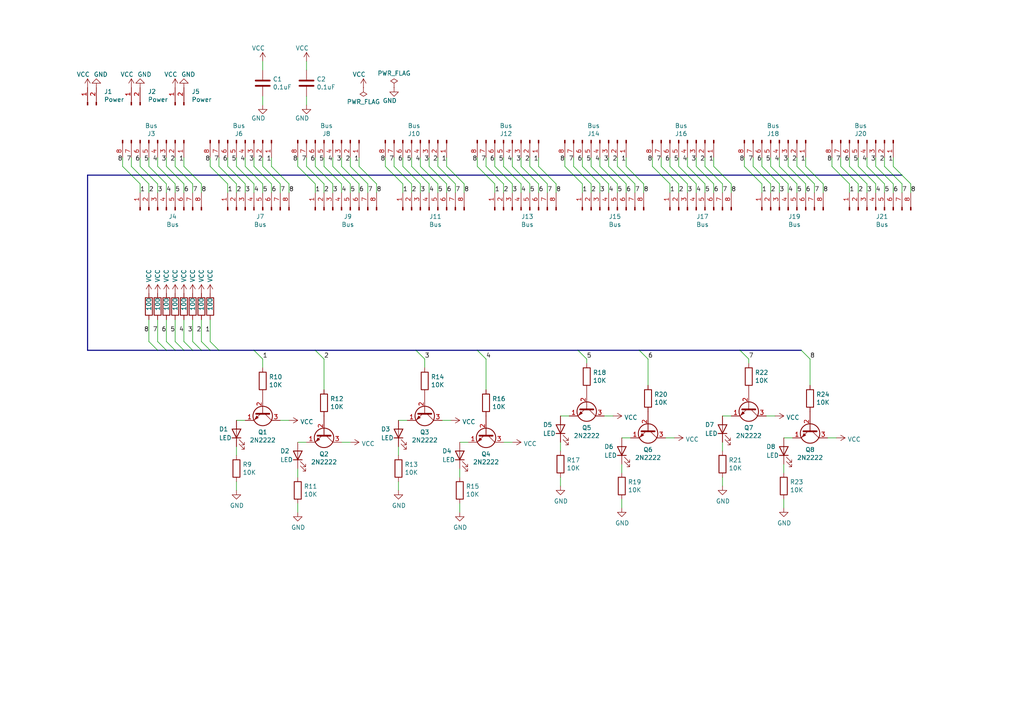
<source format=kicad_sch>
(kicad_sch (version 20230121) (generator eeschema)
  (paper "A4")
  (title_block (title "Transistor 8-bit Bus") (date "2020-01-12") (rev "1"))
  (bus_entry (at 163.83 48.26) (size 2.54 2.54))
  (bus_entry (at 201.93 48.26) (size 2.54 2.54))
  (bus_entry (at 116.84 53.34) (size -2.54 -2.54))
  (bus_entry (at 121.92 53.34) (size -2.54 -2.54))
  (bus_entry (at 68.58 53.34) (size -2.54 -2.54))
  (bus_entry (at 114.3 48.26) (size 2.54 2.54))
  (bus_entry (at 45.72 53.34) (size -2.54 -2.54))
  (bus_entry (at 246.38 53.34) (size -2.54 -2.54))
  (bus_entry (at 251.46 53.34) (size -2.54 -2.54))
  (bus_entry (at 194.31 53.34) (size -2.54 -2.54))
  (bus_entry (at 96.52 53.34) (size -2.54 -2.54))
  (bus_entry (at 248.92 48.26) (size 2.54 2.54))
  (bus_entry (at 88.9 48.26) (size 2.54 2.54))
  (bus_entry (at 58.42 99.06) (size 2.54 2.54))
  (bus_entry (at 156.21 48.26) (size 2.54 2.54))
  (bus_entry (at 138.43 101.6) (size 2.54 2.54))
  (bus_entry (at 60.96 99.06) (size 2.54 2.54))
  (bus_entry (at 264.16 53.34) (size -2.54 -2.54))
  (bus_entry (at 120.65 101.6) (size 2.54 2.54))
  (bus_entry (at 58.42 53.34) (size -2.54 -2.54))
  (bus_entry (at 73.66 53.34) (size -2.54 -2.54))
  (bus_entry (at 201.93 53.34) (size -2.54 -2.54))
  (bus_entry (at 99.06 48.26) (size 2.54 2.54))
  (bus_entry (at 199.39 48.26) (size 2.54 2.54))
  (bus_entry (at 50.8 99.06) (size 2.54 2.54))
  (bus_entry (at 168.91 48.26) (size 2.54 2.54))
  (bus_entry (at 156.21 53.34) (size -2.54 -2.54))
  (bus_entry (at 53.34 53.34) (size -2.54 -2.54))
  (bus_entry (at 38.1 48.26) (size 2.54 2.54))
  (bus_entry (at 111.76 48.26) (size 2.54 2.54))
  (bus_entry (at 207.01 48.26) (size 2.54 2.54))
  (bus_entry (at 223.52 53.34) (size -2.54 -2.54))
  (bus_entry (at 73.66 48.26) (size 2.54 2.54))
  (bus_entry (at 93.98 48.26) (size 2.54 2.54))
  (bus_entry (at 66.04 48.26) (size 2.54 2.54))
  (bus_entry (at 179.07 53.34) (size -2.54 -2.54))
  (bus_entry (at 179.07 48.26) (size 2.54 2.54))
  (bus_entry (at 63.5 48.26) (size 2.54 2.54))
  (bus_entry (at 173.99 48.26) (size 2.54 2.54))
  (bus_entry (at 43.18 53.34) (size -2.54 -2.54))
  (bus_entry (at 189.23 48.26) (size 2.54 2.54))
  (bus_entry (at 226.06 48.26) (size 2.54 2.54))
  (bus_entry (at 138.43 48.26) (size 2.54 2.54))
  (bus_entry (at 191.77 48.26) (size 2.54 2.54))
  (bus_entry (at 40.64 53.34) (size -2.54 -2.54))
  (bus_entry (at 261.62 53.34) (size -2.54 -2.54))
  (bus_entry (at 76.2 48.26) (size 2.54 2.54))
  (bus_entry (at 259.08 53.34) (size -2.54 -2.54))
  (bus_entry (at 143.51 53.34) (size -2.54 -2.54))
  (bus_entry (at 228.6 53.34) (size -2.54 -2.54))
  (bus_entry (at 176.53 53.34) (size -2.54 -2.54))
  (bus_entry (at 91.44 48.26) (size 2.54 2.54))
  (bus_entry (at 171.45 48.26) (size 2.54 2.54))
  (bus_entry (at 132.08 53.34) (size -2.54 -2.54))
  (bus_entry (at 248.92 53.34) (size -2.54 -2.54))
  (bus_entry (at 119.38 48.26) (size 2.54 2.54))
  (bus_entry (at 124.46 53.34) (size -2.54 -2.54))
  (bus_entry (at 78.74 48.26) (size 2.54 2.54))
  (bus_entry (at 48.26 99.06) (size 2.54 2.54))
  (bus_entry (at 158.75 53.34) (size -2.54 -2.54))
  (bus_entry (at 254 48.26) (size 2.54 2.54))
  (bus_entry (at 99.06 53.34) (size -2.54 -2.54))
  (bus_entry (at 153.67 48.26) (size 2.54 2.54))
  (bus_entry (at 241.3 48.26) (size 2.54 2.54))
  (bus_entry (at 83.82 53.34) (size -2.54 -2.54))
  (bus_entry (at 148.59 53.34) (size -2.54 -2.54))
  (bus_entry (at 236.22 53.34) (size -2.54 -2.54))
  (bus_entry (at 166.37 48.26) (size 2.54 2.54))
  (bus_entry (at 176.53 48.26) (size 2.54 2.54))
  (bus_entry (at 256.54 48.26) (size 2.54 2.54))
  (bus_entry (at 71.12 48.26) (size 2.54 2.54))
  (bus_entry (at 231.14 48.26) (size 2.54 2.54))
  (bus_entry (at 96.52 48.26) (size 2.54 2.54))
  (bus_entry (at 91.44 101.6) (size 2.54 2.54))
  (bus_entry (at 73.66 101.6) (size 2.54 2.54))
  (bus_entry (at 228.6 48.26) (size 2.54 2.54))
  (bus_entry (at 140.97 48.26) (size 2.54 2.54))
  (bus_entry (at 186.69 53.34) (size -2.54 -2.54))
  (bus_entry (at 71.12 53.34) (size -2.54 -2.54))
  (bus_entry (at 53.34 48.26) (size 2.54 2.54))
  (bus_entry (at 233.68 48.26) (size 2.54 2.54))
  (bus_entry (at 127 53.34) (size -2.54 -2.54))
  (bus_entry (at 116.84 48.26) (size 2.54 2.54))
  (bus_entry (at 254 53.34) (size -2.54 -2.54))
  (bus_entry (at 204.47 48.26) (size 2.54 2.54))
  (bus_entry (at 184.15 53.34) (size -2.54 -2.54))
  (bus_entry (at 55.88 53.34) (size -2.54 -2.54))
  (bus_entry (at 259.08 48.26) (size 2.54 2.54))
  (bus_entry (at 167.64 101.6) (size 2.54 2.54))
  (bus_entry (at 146.05 53.34) (size -2.54 -2.54))
  (bus_entry (at 204.47 53.34) (size -2.54 -2.54))
  (bus_entry (at 218.44 48.26) (size 2.54 2.54))
  (bus_entry (at 231.14 53.34) (size -2.54 -2.54))
  (bus_entry (at 53.34 99.06) (size 2.54 2.54))
  (bus_entry (at 214.63 101.6) (size 2.54 2.54))
  (bus_entry (at 199.39 53.34) (size -2.54 -2.54))
  (bus_entry (at 93.98 53.34) (size -2.54 -2.54))
  (bus_entry (at 60.96 48.26) (size 2.54 2.54))
  (bus_entry (at 127 48.26) (size 2.54 2.54))
  (bus_entry (at 129.54 53.34) (size -2.54 -2.54))
  (bus_entry (at 101.6 48.26) (size 2.54 2.54))
  (bus_entry (at 43.18 99.06) (size 2.54 2.54))
  (bus_entry (at 78.74 53.34) (size -2.54 -2.54))
  (bus_entry (at 43.18 48.26) (size 2.54 2.54))
  (bus_entry (at 226.06 53.34) (size -2.54 -2.54))
  (bus_entry (at 35.56 48.26) (size 2.54 2.54))
  (bus_entry (at 194.31 48.26) (size 2.54 2.54))
  (bus_entry (at 151.13 48.26) (size 2.54 2.54))
  (bus_entry (at 256.54 53.34) (size -2.54 -2.54))
  (bus_entry (at 181.61 48.26) (size 2.54 2.54))
  (bus_entry (at 50.8 48.26) (size 2.54 2.54))
  (bus_entry (at 146.05 48.26) (size 2.54 2.54))
  (bus_entry (at 119.38 53.34) (size -2.54 -2.54))
  (bus_entry (at 76.2 53.34) (size -2.54 -2.54))
  (bus_entry (at 134.62 53.34) (size -2.54 -2.54))
  (bus_entry (at 50.8 53.34) (size -2.54 -2.54))
  (bus_entry (at 207.01 53.34) (size -2.54 -2.54))
  (bus_entry (at 68.58 48.26) (size 2.54 2.54))
  (bus_entry (at 181.61 53.34) (size -2.54 -2.54))
  (bus_entry (at 238.76 53.34) (size -2.54 -2.54))
  (bus_entry (at 109.22 53.34) (size -2.54 -2.54))
  (bus_entry (at 185.42 101.6) (size 2.54 2.54))
  (bus_entry (at 223.52 48.26) (size 2.54 2.54))
  (bus_entry (at 91.44 53.34) (size -2.54 -2.54))
  (bus_entry (at 55.88 99.06) (size 2.54 2.54))
  (bus_entry (at 161.29 53.34) (size -2.54 -2.54))
  (bus_entry (at 232.41 101.6) (size 2.54 2.54))
  (bus_entry (at 48.26 48.26) (size 2.54 2.54))
  (bus_entry (at 196.85 48.26) (size 2.54 2.54))
  (bus_entry (at 121.92 48.26) (size 2.54 2.54))
  (bus_entry (at 251.46 48.26) (size 2.54 2.54))
  (bus_entry (at 220.98 48.26) (size 2.54 2.54))
  (bus_entry (at 101.6 53.34) (size -2.54 -2.54))
  (bus_entry (at 45.72 48.26) (size 2.54 2.54))
  (bus_entry (at 153.67 53.34) (size -2.54 -2.54))
  (bus_entry (at 104.14 48.26) (size 2.54 2.54))
  (bus_entry (at 45.72 99.06) (size 2.54 2.54))
  (bus_entry (at 106.68 53.34) (size -2.54 -2.54))
  (bus_entry (at 124.46 48.26) (size 2.54 2.54))
  (bus_entry (at 48.26 53.34) (size -2.54 -2.54))
  (bus_entry (at 209.55 53.34) (size -2.54 -2.54))
  (bus_entry (at 168.91 53.34) (size -2.54 -2.54))
  (bus_entry (at 246.38 48.26) (size 2.54 2.54))
  (bus_entry (at 171.45 53.34) (size -2.54 -2.54))
  (bus_entry (at 233.68 53.34) (size -2.54 -2.54))
  (bus_entry (at 143.51 48.26) (size 2.54 2.54))
  (bus_entry (at 104.14 53.34) (size -2.54 -2.54))
  (bus_entry (at 66.04 53.34) (size -2.54 -2.54))
  (bus_entry (at 40.64 48.26) (size 2.54 2.54))
  (bus_entry (at 196.85 53.34) (size -2.54 -2.54))
  (bus_entry (at 81.28 53.34) (size -2.54 -2.54))
  (bus_entry (at 173.99 53.34) (size -2.54 -2.54))
  (bus_entry (at 215.9 48.26) (size 2.54 2.54))
  (bus_entry (at 148.59 48.26) (size 2.54 2.54))
  (bus_entry (at 243.84 48.26) (size 2.54 2.54))
  (bus_entry (at 151.13 53.34) (size -2.54 -2.54))
  (bus_entry (at 129.54 48.26) (size 2.54 2.54))
  (bus_entry (at 220.98 53.34) (size -2.54 -2.54))
  (bus_entry (at 212.09 53.34) (size -2.54 -2.54))
  (bus_entry (at 86.36 48.26) (size 2.54 2.54))
  (wire (pts (xy 73.66 48.26) (xy 73.66 45.72)))
  (bus (pts (xy 50.8 50.8) (xy 53.34 50.8)))
  (wire (pts (xy 114.3 48.26) (xy 114.3 45.72)))
  (bus (pts (xy 256.54 50.8) (xy 259.08 50.8)))
  (bus (pts (xy 96.52 50.8) (xy 99.06 50.8)))
  (wire (pts (xy 71.12 48.26) (xy 71.12 45.72)))
  (bus (pts (xy 194.31 50.8) (xy 196.85 50.8)))
  (wire (pts (xy 209.55 120.65) (xy 212.09 120.65)))
  (wire (pts (xy 38.1 48.26) (xy 38.1 45.72)))
  (bus (pts (xy 254 50.8) (xy 256.54 50.8)))
  (wire (pts (xy 226.06 48.26) (xy 226.06 45.72)))
  (bus (pts (xy 156.21 50.8) (xy 158.75 50.8)))
  (wire (pts (xy 171.45 48.26) (xy 171.45 45.72)))
  (wire (pts (xy 209.55 53.34) (xy 209.55 55.88)))
  (wire (pts (xy 101.6 53.34) (xy 101.6 55.88)))
  (bus (pts (xy 66.04 50.8) (xy 68.58 50.8)))
  (bus (pts (xy 58.42 101.6) (xy 60.96 101.6)))
  (wire (pts (xy 76.2 20.32) (xy 76.2 17.78)))
  (wire (pts (xy 99.06 53.34) (xy 99.06 55.88)))
  (bus (pts (xy 259.08 50.8) (xy 261.62 50.8)))
  (bus (pts (xy 204.47 50.8) (xy 207.01 50.8)))
  (wire (pts (xy 264.16 53.34) (xy 264.16 55.88)))
  (wire (pts (xy 116.84 55.88) (xy 116.84 53.34)))
  (wire (pts (xy 217.17 105.41) (xy 217.17 104.14)))
  (wire (pts (xy 88.9 20.32) (xy 88.9 17.78)))
  (wire (pts (xy 173.99 48.26) (xy 173.99 45.72)))
  (wire (pts (xy 76.2 53.34) (xy 76.2 55.88)))
  (wire (pts (xy 45.72 53.34) (xy 45.72 55.88)))
  (wire (pts (xy 153.67 53.34) (xy 153.67 55.88)))
  (wire (pts (xy 240.03 127) (xy 242.57 127)))
  (wire (pts (xy 43.18 48.26) (xy 43.18 45.72)))
  (wire (pts (xy 50.8 92.71) (xy 50.8 99.06)))
  (wire (pts (xy 151.13 48.26) (xy 151.13 45.72)))
  (wire (pts (xy 196.85 53.34) (xy 196.85 55.88)))
  (wire (pts (xy 194.31 55.88) (xy 194.31 53.34)))
  (bus (pts (xy 91.44 101.6) (xy 120.65 101.6)))
  (wire (pts (xy 163.83 48.26) (xy 163.83 45.72)))
  (wire (pts (xy 228.6 48.26) (xy 228.6 45.72)))
  (wire (pts (xy 181.61 53.34) (xy 181.61 55.88)))
  (bus (pts (xy 48.26 50.8) (xy 50.8 50.8)))
  (wire (pts (xy 133.35 138.43) (xy 133.35 135.89)))
  (bus (pts (xy 88.9 50.8) (xy 91.44 50.8)))
  (wire (pts (xy 222.25 120.65) (xy 224.79 120.65)))
  (wire (pts (xy 226.06 53.34) (xy 226.06 55.88)))
  (wire (pts (xy 127 48.26) (xy 127 45.72)))
  (wire (pts (xy 50.8 48.26) (xy 50.8 45.72)))
  (wire (pts (xy 86.36 48.26) (xy 86.36 45.72)))
  (bus (pts (xy 153.67 50.8) (xy 156.21 50.8)))
  (bus (pts (xy 53.34 50.8) (xy 55.88 50.8)))
  (bus (pts (xy 81.28 50.8) (xy 88.9 50.8)))
  (wire (pts (xy 58.42 92.71) (xy 58.42 99.06)))
  (bus (pts (xy 48.26 101.6) (xy 50.8 101.6)))
  (bus (pts (xy 176.53 50.8) (xy 179.07 50.8)))
  (wire (pts (xy 243.84 48.26) (xy 243.84 45.72)))
  (wire (pts (xy 215.9 48.26) (xy 215.9 45.72)))
  (bus (pts (xy 243.84 50.8) (xy 246.38 50.8)))
  (bus (pts (xy 73.66 50.8) (xy 76.2 50.8)))
  (bus (pts (xy 129.54 50.8) (xy 132.08 50.8)))
  (wire (pts (xy 134.62 53.34) (xy 134.62 55.88)))
  (bus (pts (xy 173.99 50.8) (xy 176.53 50.8)))
  (wire (pts (xy 227.33 137.16) (xy 227.33 134.62)))
  (bus (pts (xy 55.88 50.8) (xy 63.5 50.8)))
  (bus (pts (xy 228.6 50.8) (xy 231.14 50.8)))
  (bus (pts (xy 220.98 50.8) (xy 223.52 50.8)))
  (bus (pts (xy 45.72 101.6) (xy 48.26 101.6)))
  (wire (pts (xy 227.33 127) (xy 229.87 127)))
  (wire (pts (xy 66.04 55.88) (xy 66.04 53.34)))
  (bus (pts (xy 226.06 50.8) (xy 228.6 50.8)))
  (wire (pts (xy 220.98 55.88) (xy 220.98 53.34)))
  (wire (pts (xy 246.38 48.26) (xy 246.38 45.72)))
  (bus (pts (xy 181.61 50.8) (xy 184.15 50.8)))
  (wire (pts (xy 162.56 130.81) (xy 162.56 128.27)))
  (wire (pts (xy 71.12 53.34) (xy 71.12 55.88)))
  (bus (pts (xy 124.46 50.8) (xy 127 50.8)))
  (bus (pts (xy 166.37 50.8) (xy 168.91 50.8)))
  (bus (pts (xy 114.3 50.8) (xy 116.84 50.8)))
  (wire (pts (xy 121.92 53.34) (xy 121.92 55.88)))
  (wire (pts (xy 146.05 53.34) (xy 146.05 55.88)))
  (wire (pts (xy 129.54 45.72) (xy 129.54 48.26)))
  (wire (pts (xy 124.46 53.34) (xy 124.46 55.88)))
  (wire (pts (xy 168.91 55.88) (xy 168.91 53.34)))
  (wire (pts (xy 96.52 53.34) (xy 96.52 55.88)))
  (bus (pts (xy 38.1 50.8) (xy 40.64 50.8)))
  (bus (pts (xy 168.91 50.8) (xy 171.45 50.8)))
  (wire (pts (xy 231.14 48.26) (xy 231.14 45.72)))
  (wire (pts (xy 176.53 48.26) (xy 176.53 45.72)))
  (bus (pts (xy 116.84 50.8) (xy 119.38 50.8)))
  (wire (pts (xy 101.6 48.26) (xy 101.6 45.72)))
  (wire (pts (xy 146.05 48.26) (xy 146.05 45.72)))
  (wire (pts (xy 175.26 120.65) (xy 177.8 120.65)))
  (bus (pts (xy 50.8 101.6) (xy 53.34 101.6)))
  (wire (pts (xy 162.56 120.65) (xy 165.1 120.65)))
  (wire (pts (xy 153.67 48.26) (xy 153.67 45.72)))
  (bus (pts (xy 106.68 50.8) (xy 114.3 50.8)))
  (wire (pts (xy 111.76 48.26) (xy 111.76 45.72)))
  (bus (pts (xy 76.2 50.8) (xy 78.74 50.8)))
  (wire (pts (xy 254 48.26) (xy 254 45.72)))
  (wire (pts (xy 256.54 53.34) (xy 256.54 55.88)))
  (wire (pts (xy 66.04 48.26) (xy 66.04 45.72)))
  (wire (pts (xy 194.31 48.26) (xy 194.31 45.72)))
  (wire (pts (xy 104.14 53.34) (xy 104.14 55.88)))
  (wire (pts (xy 96.52 48.26) (xy 96.52 45.72)))
  (bus (pts (xy 25.4 50.8) (xy 25.4 101.6)))
  (wire (pts (xy 53.34 45.72) (xy 53.34 48.26)))
  (wire (pts (xy 60.96 92.71) (xy 60.96 99.06)))
  (wire (pts (xy 220.98 48.26) (xy 220.98 45.72)))
  (wire (pts (xy 148.59 53.34) (xy 148.59 55.88)))
  (bus (pts (xy 207.01 50.8) (xy 209.55 50.8)))
  (wire (pts (xy 48.26 53.34) (xy 48.26 55.88)))
  (wire (pts (xy 132.08 53.34) (xy 132.08 55.88)))
  (wire (pts (xy 128.27 121.92) (xy 130.81 121.92)))
  (wire (pts (xy 68.58 53.34) (xy 68.58 55.88)))
  (wire (pts (xy 156.21 53.34) (xy 156.21 55.88)))
  (bus (pts (xy 148.59 50.8) (xy 151.13 50.8)))
  (wire (pts (xy 246.38 55.88) (xy 246.38 53.34)))
  (wire (pts (xy 228.6 53.34) (xy 228.6 55.88)))
  (wire (pts (xy 124.46 48.26) (xy 124.46 45.72)))
  (wire (pts (xy 143.51 55.88) (xy 143.51 53.34)))
  (wire (pts (xy 119.38 53.34) (xy 119.38 55.88)))
  (bus (pts (xy 199.39 50.8) (xy 201.93 50.8)))
  (wire (pts (xy 146.05 128.27) (xy 148.59 128.27)))
  (wire (pts (xy 115.57 142.24) (xy 115.57 139.7)))
  (bus (pts (xy 196.85 50.8) (xy 199.39 50.8)))
  (bus (pts (xy 231.14 50.8) (xy 233.68 50.8)))
  (bus (pts (xy 120.65 101.6) (xy 138.43 101.6)))
  (bus (pts (xy 127 50.8) (xy 129.54 50.8)))
  (wire (pts (xy 196.85 48.26) (xy 196.85 45.72)))
  (wire (pts (xy 48.26 48.26) (xy 48.26 45.72)))
  (wire (pts (xy 207.01 53.34) (xy 207.01 55.88)))
  (bus (pts (xy 71.12 50.8) (xy 73.66 50.8)))
  (bus (pts (xy 121.92 50.8) (xy 124.46 50.8)))
  (wire (pts (xy 241.3 48.26) (xy 241.3 45.72)))
  (wire (pts (xy 236.22 53.34) (xy 236.22 55.88)))
  (wire (pts (xy 43.18 92.71) (xy 43.18 99.06)))
  (wire (pts (xy 73.66 53.34) (xy 73.66 55.88)))
  (wire (pts (xy 181.61 45.72) (xy 181.61 48.26)))
  (wire (pts (xy 193.04 127) (xy 195.58 127)))
  (bus (pts (xy 179.07 50.8) (xy 181.61 50.8)))
  (wire (pts (xy 254 53.34) (xy 254 55.88)))
  (wire (pts (xy 251.46 48.26) (xy 251.46 45.72)))
  (wire (pts (xy 189.23 48.26) (xy 189.23 45.72)))
  (wire (pts (xy 248.92 53.34) (xy 248.92 55.88)))
  (wire (pts (xy 68.58 48.26) (xy 68.58 45.72)))
  (bus (pts (xy 209.55 50.8) (xy 218.44 50.8)))
  (wire (pts (xy 121.92 48.26) (xy 121.92 45.72)))
  (wire (pts (xy 170.18 105.41) (xy 170.18 104.14)))
  (bus (pts (xy 223.52 50.8) (xy 226.06 50.8)))
  (bus (pts (xy 251.46 50.8) (xy 254 50.8)))
  (wire (pts (xy 256.54 48.26) (xy 256.54 45.72)))
  (wire (pts (xy 233.68 53.34) (xy 233.68 55.88)))
  (wire (pts (xy 43.18 53.34) (xy 43.18 55.88)))
  (wire (pts (xy 238.76 53.34) (xy 238.76 55.88)))
  (bus (pts (xy 158.75 50.8) (xy 166.37 50.8)))
  (wire (pts (xy 223.52 53.34) (xy 223.52 55.88)))
  (wire (pts (xy 104.14 45.72) (xy 104.14 48.26)))
  (wire (pts (xy 115.57 121.92) (xy 118.11 121.92)))
  (wire (pts (xy 99.06 128.27) (xy 101.6 128.27)))
  (wire (pts (xy 180.34 137.16) (xy 180.34 134.62)))
  (wire (pts (xy 81.28 53.34) (xy 81.28 55.88)))
  (bus (pts (xy 45.72 50.8) (xy 48.26 50.8)))
  (wire (pts (xy 45.72 48.26) (xy 45.72 45.72)))
  (wire (pts (xy 86.36 128.27) (xy 88.9 128.27)))
  (wire (pts (xy 180.34 147.32) (xy 180.34 144.78)))
  (bus (pts (xy 43.18 50.8) (xy 45.72 50.8)))
  (wire (pts (xy 259.08 45.72) (xy 259.08 48.26)))
  (wire (pts (xy 261.62 53.34) (xy 261.62 55.88)))
  (wire (pts (xy 63.5 48.26) (xy 63.5 45.72)))
  (wire (pts (xy 168.91 48.26) (xy 168.91 45.72)))
  (wire (pts (xy 53.34 92.71) (xy 53.34 99.06)))
  (wire (pts (xy 199.39 48.26) (xy 199.39 45.72)))
  (bus (pts (xy 104.14 50.8) (xy 106.68 50.8)))
  (bus (pts (xy 246.38 50.8) (xy 248.92 50.8)))
  (wire (pts (xy 176.53 53.34) (xy 176.53 55.88)))
  (wire (pts (xy 212.09 53.34) (xy 212.09 55.88)))
  (wire (pts (xy 156.21 45.72) (xy 156.21 48.26)))
  (bus (pts (xy 68.58 50.8) (xy 71.12 50.8)))
  (wire (pts (xy 171.45 53.34) (xy 171.45 55.88)))
  (wire (pts (xy 233.68 45.72) (xy 233.68 48.26)))
  (wire (pts (xy 251.46 53.34) (xy 251.46 55.88)))
  (wire (pts (xy 68.58 121.92) (xy 71.12 121.92)))
  (wire (pts (xy 204.47 48.26) (xy 204.47 45.72)))
  (wire (pts (xy 179.07 48.26) (xy 179.07 45.72)))
  (wire (pts (xy 209.55 130.81) (xy 209.55 128.27)))
  (bus (pts (xy 25.4 101.6) (xy 45.72 101.6)))
  (bus (pts (xy 93.98 50.8) (xy 96.52 50.8)))
  (wire (pts (xy 191.77 48.26) (xy 191.77 45.72)))
  (wire (pts (xy 40.64 48.26) (xy 40.64 45.72)))
  (bus (pts (xy 60.96 101.6) (xy 63.5 101.6)))
  (wire (pts (xy 259.08 53.34) (xy 259.08 55.88)))
  (bus (pts (xy 171.45 50.8) (xy 173.99 50.8)))
  (wire (pts (xy 223.52 48.26) (xy 223.52 45.72)))
  (bus (pts (xy 236.22 50.8) (xy 243.84 50.8)))
  (wire (pts (xy 40.64 55.88) (xy 40.64 53.34)))
  (wire (pts (xy 115.57 132.08) (xy 115.57 129.54)))
  (bus (pts (xy 119.38 50.8) (xy 121.92 50.8)))
  (wire (pts (xy 76.2 30.48) (xy 76.2 27.94)))
  (wire (pts (xy 133.35 128.27) (xy 135.89 128.27)))
  (wire (pts (xy 199.39 53.34) (xy 199.39 55.88)))
  (wire (pts (xy 143.51 48.26) (xy 143.51 45.72)))
  (wire (pts (xy 187.96 111.76) (xy 187.96 104.14)))
  (bus (pts (xy 151.13 50.8) (xy 153.67 50.8)))
  (bus (pts (xy 140.97 50.8) (xy 143.51 50.8)))
  (bus (pts (xy 214.63 101.6) (xy 232.41 101.6)))
  (bus (pts (xy 248.92 50.8) (xy 251.46 50.8)))
  (wire (pts (xy 184.15 53.34) (xy 184.15 55.88)))
  (wire (pts (xy 93.98 48.26) (xy 93.98 45.72)))
  (wire (pts (xy 166.37 48.26) (xy 166.37 45.72)))
  (wire (pts (xy 53.34 53.34) (xy 53.34 55.88)))
  (wire (pts (xy 78.74 45.72) (xy 78.74 48.26)))
  (wire (pts (xy 55.88 92.71) (xy 55.88 99.06)))
  (bus (pts (xy 167.64 101.6) (xy 185.42 101.6)))
  (bus (pts (xy 53.34 101.6) (xy 55.88 101.6)))
  (wire (pts (xy 116.84 48.26) (xy 116.84 45.72)))
  (bus (pts (xy 185.42 101.6) (xy 214.63 101.6)))
  (wire (pts (xy 91.44 55.88) (xy 91.44 53.34)))
  (wire (pts (xy 88.9 48.26) (xy 88.9 45.72)))
  (wire (pts (xy 86.36 138.43) (xy 86.36 135.89)))
  (wire (pts (xy 133.35 148.59) (xy 133.35 146.05)))
  (bus (pts (xy 55.88 101.6) (xy 58.42 101.6)))
  (wire (pts (xy 138.43 48.26) (xy 138.43 45.72)))
  (bus (pts (xy 78.74 50.8) (xy 81.28 50.8)))
  (wire (pts (xy 231.14 53.34) (xy 231.14 55.88)))
  (bus (pts (xy 146.05 50.8) (xy 148.59 50.8)))
  (wire (pts (xy 76.2 48.26) (xy 76.2 45.72)))
  (wire (pts (xy 68.58 142.24) (xy 68.58 139.7)))
  (wire (pts (xy 45.72 92.71) (xy 45.72 99.06)))
  (wire (pts (xy 91.44 48.26) (xy 91.44 45.72)))
  (wire (pts (xy 148.59 48.26) (xy 148.59 45.72)))
  (wire (pts (xy 93.98 53.34) (xy 93.98 55.88)))
  (wire (pts (xy 106.68 53.34) (xy 106.68 55.88)))
  (wire (pts (xy 99.06 48.26) (xy 99.06 45.72)))
  (wire (pts (xy 151.13 53.34) (xy 151.13 55.88)))
  (wire (pts (xy 50.8 53.34) (xy 50.8 55.88)))
  (wire (pts (xy 158.75 53.34) (xy 158.75 55.88)))
  (bus (pts (xy 201.93 50.8) (xy 204.47 50.8)))
  (wire (pts (xy 78.74 53.34) (xy 78.74 55.88)))
  (bus (pts (xy 73.66 101.6) (xy 91.44 101.6)))
  (wire (pts (xy 186.69 53.34) (xy 186.69 55.88)))
  (wire (pts (xy 201.93 53.34) (xy 201.93 55.88)))
  (wire (pts (xy 93.98 113.03) (xy 93.98 104.14)))
  (bus (pts (xy 63.5 101.6) (xy 73.66 101.6)))
  (wire (pts (xy 204.47 53.34) (xy 204.47 55.88)))
  (wire (pts (xy 209.55 140.97) (xy 209.55 138.43)))
  (bus (pts (xy 233.68 50.8) (xy 236.22 50.8)))
  (wire (pts (xy 119.38 48.26) (xy 119.38 45.72)))
  (wire (pts (xy 127 53.34) (xy 127 55.88)))
  (wire (pts (xy 58.42 53.34) (xy 58.42 55.88)))
  (wire (pts (xy 68.58 132.08) (xy 68.58 129.54)))
  (wire (pts (xy 35.56 48.26) (xy 35.56 45.72)))
  (wire (pts (xy 248.92 48.26) (xy 248.92 45.72)))
  (wire (pts (xy 180.34 127) (xy 182.88 127)))
  (wire (pts (xy 140.97 48.26) (xy 140.97 45.72)))
  (bus (pts (xy 25.4 50.8) (xy 38.1 50.8)))
  (wire (pts (xy 48.26 92.71) (xy 48.26 99.06)))
  (bus (pts (xy 63.5 50.8) (xy 66.04 50.8)))
  (bus (pts (xy 218.44 50.8) (xy 220.98 50.8)))
  (wire (pts (xy 227.33 147.32) (xy 227.33 144.78)))
  (bus (pts (xy 132.08 50.8) (xy 140.97 50.8)))
  (wire (pts (xy 88.9 30.48) (xy 88.9 27.94)))
  (wire (pts (xy 161.29 53.34) (xy 161.29 55.88)))
  (wire (pts (xy 83.82 53.34) (xy 83.82 55.88)))
  (bus (pts (xy 184.15 50.8) (xy 191.77 50.8)))
  (wire (pts (xy 81.28 121.92) (xy 83.82 121.92)))
  (bus (pts (xy 143.51 50.8) (xy 146.05 50.8)))
  (bus (pts (xy 101.6 50.8) (xy 104.14 50.8)))
  (wire (pts (xy 201.93 48.26) (xy 201.93 45.72)))
  (wire (pts (xy 234.95 111.76) (xy 234.95 104.14)))
  (wire (pts (xy 76.2 106.68) (xy 76.2 104.14)))
  (wire (pts (xy 162.56 140.97) (xy 162.56 138.43)))
  (bus (pts (xy 191.77 50.8) (xy 194.31 50.8)))
  (wire (pts (xy 86.36 148.59) (xy 86.36 146.05)))
  (wire (pts (xy 129.54 53.34) (xy 129.54 55.88)))
  (wire (pts (xy 109.22 53.34) (xy 109.22 55.88)))
  (wire (pts (xy 173.99 53.34) (xy 173.99 55.88)))
  (wire (pts (xy 207.01 45.72) (xy 207.01 48.26)))
  (bus (pts (xy 40.64 50.8) (xy 43.18 50.8)))
  (wire (pts (xy 140.97 113.03) (xy 140.97 104.14)))
  (wire (pts (xy 179.07 53.34) (xy 179.07 55.88)))
  (bus (pts (xy 99.06 50.8) (xy 101.6 50.8)))
  (wire (pts (xy 55.88 53.34) (xy 55.88 55.88)))
  (wire (pts (xy 123.19 106.68) (xy 123.19 104.14)))
  (wire (pts (xy 60.96 48.26) (xy 60.96 45.72)))
  (bus (pts (xy 91.44 50.8) (xy 93.98 50.8)))
  (bus (pts (xy 138.43 101.6) (xy 167.64 101.6)))
  (wire (pts (xy 218.44 48.26) (xy 218.44 45.72)))
  (label "8" (at 109.22 55.88 0))
  (label "3" (at 99.06 46.99 180))
  (label "4" (at 140.97 104.14 0))
  (label "6" (at 168.91 46.99 180))
  (label "2" (at 204.47 46.99 180))
  (label "8" (at 35.56 46.99 180))
  (label "2" (at 248.92 55.88 0))
  (label "2" (at 68.58 55.88 0))
  (label "3" (at 71.12 55.88 0))
  (label "5" (at 171.45 46.99 180))
  (label "6" (at 259.08 55.88 0))
  (label "6" (at 48.26 96.52 180))
  (label "7" (at 140.97 46.99 180))
  (label "2" (at 76.2 46.99 180))
  (label "5" (at 119.38 46.99 180))
  (label "7" (at 45.72 96.52 180))
  (label "1" (at 220.98 55.88 0))
  (label "4" (at 48.26 55.88 0))
  (label "4" (at 148.59 46.99 180))
  (label "3" (at 73.66 46.99 180))
  (label "1" (at 91.44 55.88 0))
  (label "1" (at 129.54 46.99 180))
  (label "5" (at 50.8 55.88 0))
  (label "6" (at 194.31 46.99 180))
  (label "7" (at 184.15 55.88 0))
  (label "8" (at 186.69 55.88 0))
  (label "5" (at 196.85 46.99 180))
  (label "8" (at 43.18 96.52 180))
  (label "4" (at 251.46 46.99 180))
  (label "7" (at 81.28 55.88 0))
  (label "2" (at 50.8 46.99 180))
  (label "6" (at 207.01 55.88 0))
  (label "5" (at 146.05 46.99 180))
  (label "7" (at 63.5 46.99 180))
  (label "4" (at 176.53 55.88 0))
  (label "1" (at 194.31 55.88 0))
  (label "6" (at 104.14 55.88 0))
  (label "6" (at 220.98 46.99 180))
  (label "2" (at 93.98 55.88 0))
  (label "8" (at 234.95 104.14 0))
  (label "8" (at 215.9 46.99 180))
  (label "5" (at 153.67 55.88 0))
  (label "3" (at 173.99 55.88 0))
  (label "6" (at 143.51 46.99 180))
  (label "4" (at 173.99 46.99 180))
  (label "3" (at 124.46 46.99 180))
  (label "1" (at 60.96 96.52 180))
  (label "3" (at 55.88 96.52 180))
  (label "1" (at 246.38 55.88 0))
  (label "7" (at 132.08 55.88 0))
  (label "2" (at 58.42 96.52 180))
  (label "7" (at 243.84 46.99 180))
  (label "7" (at 218.44 46.99 180))
  (label "2" (at 93.98 104.14 0))
  (label "5" (at 101.6 55.88 0))
  (label "6" (at 78.74 55.88 0))
  (label "3" (at 148.59 55.88 0))
  (label "6" (at 91.44 46.99 180))
  (label "5" (at 231.14 55.88 0))
  (label "8" (at 238.76 55.88 0))
  (label "4" (at 254 55.88 0))
  (label "1" (at 207.01 46.99 180))
  (label "2" (at 223.52 55.88 0))
  (label "8" (at 241.3 46.99 180))
  (label "8" (at 189.23 46.99 180))
  (label "7" (at 236.22 55.88 0))
  (label "7" (at 158.75 55.88 0))
  (label "7" (at 88.9 46.99 180))
  (label "1" (at 40.64 55.88 0))
  (label "8" (at 163.83 46.99 180))
  (label "4" (at 99.06 55.88 0))
  (label "4" (at 151.13 55.88 0))
  (label "5" (at 170.18 104.14 0))
  (label "3" (at 254 46.99 180))
  (label "2" (at 171.45 55.88 0))
  (label "6" (at 246.38 46.99 180))
  (label "8" (at 138.43 46.99 180))
  (label "2" (at 231.14 46.99 180))
  (label "1" (at 76.2 104.14 0))
  (label "3" (at 251.46 55.88 0))
  (label "3" (at 201.93 46.99 180))
  (label "3" (at 121.92 55.88 0))
  (label "6" (at 156.21 55.88 0))
  (label "7" (at 191.77 46.99 180))
  (label "8" (at 83.82 55.88 0))
  (label "1" (at 168.91 55.88 0))
  (label "3" (at 48.26 46.99 180))
  (label "5" (at 223.52 46.99 180))
  (label "5" (at 50.8 96.52 180))
  (label "3" (at 96.52 55.88 0))
  (label "6" (at 53.34 55.88 0))
  (label "4" (at 45.72 46.99 180))
  (label "3" (at 151.13 46.99 180))
  (label "6" (at 181.61 55.88 0))
  (label "4" (at 73.66 55.88 0))
  (label "6" (at 116.84 46.99 180))
  (label "8" (at 86.36 46.99 180))
  (label "2" (at 179.07 46.99 180))
  (label "8" (at 60.96 46.99 180))
  (label "5" (at 68.58 46.99 180))
  (label "1" (at 143.51 55.88 0))
  (label "6" (at 187.96 104.14 0))
  (label "2" (at 146.05 55.88 0))
  (label "1" (at 259.08 46.99 180))
  (label "3" (at 176.53 46.99 180))
  (label "5" (at 256.54 55.88 0))
  (label "1" (at 66.04 55.88 0))
  (label "3" (at 228.6 46.99 180))
  (label "5" (at 43.18 46.99 180))
  (label "8" (at 212.09 55.88 0))
  (label "4" (at 53.34 96.52 180))
  (label "6" (at 233.68 55.88 0))
  (label "2" (at 101.6 46.99 180))
  (label "5" (at 127 55.88 0))
  (label "2" (at 43.18 55.88 0))
  (label "5" (at 248.92 46.99 180))
  (label "2" (at 153.67 46.99 180))
  (label "6" (at 40.64 46.99 180))
  (label "4" (at 226.06 46.99 180))
  (label "8" (at 134.62 55.88 0))
  (label "3" (at 123.19 104.14 0))
  (label "8" (at 161.29 55.88 0))
  (label "1" (at 156.21 46.99 180))
  (label "4" (at 199.39 46.99 180))
  (label "8" (at 264.16 55.88 0))
  (label "3" (at 199.39 55.88 0))
  (label "7" (at 38.1 46.99 180))
  (label "2" (at 119.38 55.88 0))
  (label "1" (at 116.84 55.88 0))
  (label "4" (at 228.6 55.88 0))
  (label "3" (at 226.06 55.88 0))
  (label "1" (at 104.14 46.99 180))
  (label "8" (at 111.76 46.99 180))
  (label "1" (at 233.68 46.99 180))
  (label "7" (at 261.62 55.88 0))
  (label "6" (at 66.04 46.99 180))
  (label "7" (at 106.68 55.88 0))
  (label "1" (at 53.34 46.99 180))
  (label "5" (at 76.2 55.88 0))
  (label "6" (at 129.54 55.88 0))
  (label "4" (at 96.52 46.99 180))
  (label "1" (at 78.74 46.99 180))
  (label "4" (at 124.46 55.88 0))
  (label "2" (at 196.85 55.88 0))
  (label "7" (at 114.3 46.99 180))
  (label "8" (at 58.42 55.88 0))
  (label "7" (at 209.55 55.88 0))
  (label "7" (at 166.37 46.99 180))
  (label "4" (at 201.93 55.88 0))
  (label "7" (at 217.17 104.14 0))
  (label "5" (at 179.07 55.88 0))
  (label "7" (at 55.88 55.88 0))
  (label "2" (at 127 46.99 180))
  (label "4" (at 121.92 46.99 180))
  (label "3" (at 45.72 55.88 0))
  (label "1" (at 181.61 46.99 180))
  (label "5" (at 204.47 55.88 0))
  (label "4" (at 71.12 46.99 180))
  (label "2" (at 256.54 46.99 180))
  (label "5" (at 93.98 46.99 180))
  (symbol (lib_id "power:VCC") (at 25.4 25.4 0) (unit 1)
    (property "Reference" "#PWR01" (effects hide))
    (property "Value" "VCC" (at 24.13 21.59 0))
  )
  (symbol (lib_id "power:GND") (at 27.94 25.4 180) (unit 1)
    (property "Reference" "#PWR02" (effects hide))
    (property "Value" "GND" (at 29.21 21.59 0))
  )
  (symbol (lib_id "power:VCC") (at 38.1 25.4 0) (unit 1)
    (property "Reference" "#PWR03" (effects hide))
    (property "Value" "VCC" (at 36.83 21.59 0))
  )
  (symbol (lib_id "power:GND") (at 40.64 25.4 180) (unit 1)
    (property "Reference" "#PWR04" (effects hide))
    (property "Value" "GND" (at 41.91 21.59 0))
  )
  (symbol (lib_id "power:VCC") (at 50.8 25.4 0) (unit 1)
    (property "Reference" "#PWR08" (effects hide))
    (property "Value" "VCC" (at 49.53 21.59 0))
  )
  (symbol (lib_id "power:GND") (at 53.34 25.4 180) (unit 1)
    (property "Reference" "#PWR010" (effects hide))
    (property "Value" "GND" (at 54.61 21.59 0))
  )
  (symbol (lib_id "power:VCC") (at 76.2 17.78 0) (unit 1)
    (property "Reference" "#PWR015" (effects hide))
    (property "Value" "VCC" (at 74.93 13.97 0))
  )
  (symbol (lib_id "power:GND") (at 76.2 30.48 0) (unit 1)
    (property "Reference" "#PWR016" (effects hide))
    (property "Value" "GND" (at 74.93 34.29 0))
  )
  (symbol (lib_id "Device:C") (at 76.2 24.13 0) (unit 1)
    (property "Reference" "C1" (at 79.121 22.9616 0) (effects (justify left)))
    (property "Value" "0.1uF" (at 79.121 25.273 0) (effects (justify left)))
    (property "Footprint" "Capacitor_THT:C_Disc_D4.3mm_W1.9mm_P5.00mm" (effects hide))
  )
  (symbol (lib_id "Connector:Conn_01x08_Pin") (at 48.26 60.96 90) (unit 1)
    (property "Reference" "J4" (at 50.0888 62.8142 90))
    (property "Value" "Bus" (at 50.0888 65.1256 90))
    (property "Footprint" "Connector_PinHeader_2.54mm:PinHeader_1x08_P2.54mm_Vertical" (effects hide))
  )
  (symbol (lib_id "Connector:Conn_01x02_Pin") (at 25.4 30.48 90) (unit 1)
    (property "Reference" "J1" (at 30.1752 26.5684 90) (effects (justify right)))
    (property "Value" "Power" (at 30.1752 28.8798 90) (effects (justify right)))
    (property "Footprint" "Connector_PinHeader_2.54mm:PinHeader_1x02_P2.54mm_Vertical" (effects hide))
  )
  (symbol (lib_id "Connector:Conn_01x02_Pin") (at 38.1 30.48 90) (unit 1)
    (property "Reference" "J2" (at 42.8752 26.5684 90) (effects (justify right)))
    (property "Value" "Power" (at 42.8752 28.8798 90) (effects (justify right)))
    (property "Footprint" "Connector_PinHeader_2.54mm:PinHeader_1x02_P2.54mm_Vertical" (effects hide))
  )
  (symbol (lib_id "Connector:Conn_01x02_Pin") (at 50.8 30.48 90) (unit 1)
    (property "Reference" "J5" (at 55.5752 26.5684 90) (effects (justify right)))
    (property "Value" "Power" (at 55.5752 28.8798 90) (effects (justify right)))
    (property "Footprint" "Connector_PinHeader_2.54mm:PinHeader_1x02_P2.54mm_Vertical" (effects hide))
  )
  (symbol (lib_id "Connector:Conn_01x08_Pin") (at 73.66 60.96 90) (unit 1)
    (property "Reference" "J7" (at 75.4888 62.8142 90))
    (property "Value" "Bus" (at 75.4888 65.1256 90))
    (property "Footprint" "Connector_PinHeader_2.54mm:PinHeader_1x08_P2.54mm_Vertical" (effects hide))
  )
  (symbol (lib_id "Connector:Conn_01x08_Pin") (at 99.06 60.96 90) (unit 1)
    (property "Reference" "J9" (at 100.8888 62.8142 90))
    (property "Value" "Bus" (at 100.8888 65.1256 90))
    (property "Footprint" "Connector_PinHeader_2.54mm:PinHeader_1x08_P2.54mm_Vertical" (effects hide))
  )
  (symbol (lib_id "Connector:Conn_01x08_Pin") (at 124.46 60.96 90) (unit 1)
    (property "Reference" "J11" (at 126.2888 62.8142 90))
    (property "Value" "Bus" (at 126.2888 65.1256 90))
    (property "Footprint" "Connector_PinHeader_2.54mm:PinHeader_1x08_P2.54mm_Vertical" (effects hide))
  )
  (symbol (lib_id "Connector:Conn_01x08_Pin") (at 121.92 40.64 270) (unit 1)
    (property "Reference" "J10" (at 120.0912 38.7858 90))
    (property "Value" "Bus" (at 120.0912 36.4744 90))
    (property "Footprint" "Connector_PinHeader_2.54mm:PinHeader_1x08_P2.54mm_Vertical" (effects hide))
  )
  (symbol (lib_id "power:VCC") (at 88.9 17.78 0) (unit 1)
    (property "Reference" "#PWR033" (effects hide))
    (property "Value" "VCC" (at 87.63 13.97 0))
  )
  (symbol (lib_id "power:GND") (at 88.9 30.48 0) (unit 1)
    (property "Reference" "#PWR034" (effects hide))
    (property "Value" "GND" (at 87.63 34.29 0))
  )
  (symbol (lib_id "Device:C") (at 88.9 24.13 0) (unit 1)
    (property "Reference" "C2" (at 91.821 22.9616 0) (effects (justify left)))
    (property "Value" "0.1uF" (at 91.821 25.273 0) (effects (justify left)))
    (property "Footprint" "Capacitor_THT:C_Disc_D4.3mm_W1.9mm_P5.00mm" (effects hide))
  )
  (symbol (lib_id "Connector:Conn_01x08_Pin") (at 96.52 40.64 270) (unit 1)
    (property "Reference" "J8" (at 94.6912 38.7858 90))
    (property "Value" "Bus" (at 94.6912 36.4744 90))
    (property "Footprint" "Connector_PinHeader_2.54mm:PinHeader_1x08_P2.54mm_Vertical" (effects hide))
  )
  (symbol (lib_id "Connector:Conn_01x08_Pin") (at 71.12 40.64 270) (unit 1)
    (property "Reference" "J6" (at 69.2912 38.7858 90))
    (property "Value" "Bus" (at 69.2912 36.4744 90))
    (property "Footprint" "Connector_PinHeader_2.54mm:PinHeader_1x08_P2.54mm_Vertical" (effects hide))
  )
  (symbol (lib_id "Connector:Conn_01x08_Pin") (at 45.72 40.64 270) (unit 1)
    (property "Reference" "J3" (at 43.8912 38.7858 90))
    (property "Value" "Bus" (at 43.8912 36.4744 90))
    (property "Footprint" "Connector_PinHeader_2.54mm:PinHeader_1x08_P2.54mm_Vertical" (effects hide))
  )
  (symbol (lib_id "Connector:Conn_01x08_Pin") (at 151.13 60.96 90) (unit 1)
    (property "Reference" "J13" (at 152.9588 62.8142 90))
    (property "Value" "Bus" (at 152.9588 65.1256 90))
    (property "Footprint" "Connector_PinHeader_2.54mm:PinHeader_1x08_P2.54mm_Vertical" (effects hide))
  )
  (symbol (lib_id "Connector:Conn_01x08_Pin") (at 176.53 60.96 90) (unit 1)
    (property "Reference" "J15" (at 178.3588 62.8142 90))
    (property "Value" "Bus" (at 178.3588 65.1256 90))
    (property "Footprint" "Connector_PinHeader_2.54mm:PinHeader_1x08_P2.54mm_Vertical" (effects hide))
  )
  (symbol (lib_id "Connector:Conn_01x08_Pin") (at 201.93 60.96 90) (unit 1)
    (property "Reference" "J17" (at 203.7588 62.8142 90))
    (property "Value" "Bus" (at 203.7588 65.1256 90))
    (property "Footprint" "Connector_PinHeader_2.54mm:PinHeader_1x08_P2.54mm_Vertical" (effects hide))
  )
  (symbol (lib_id "Connector:Conn_01x08_Pin") (at 228.6 60.96 90) (unit 1)
    (property "Reference" "J19" (at 230.4288 62.8142 90))
    (property "Value" "Bus" (at 230.4288 65.1256 90))
    (property "Footprint" "Connector_PinHeader_2.54mm:PinHeader_1x08_P2.54mm_Vertical" (effects hide))
  )
  (symbol (lib_id "Connector:Conn_01x08_Pin") (at 254 60.96 90) (unit 1)
    (property "Reference" "J21" (at 255.8288 62.8142 90))
    (property "Value" "Bus" (at 255.8288 65.1256 90))
    (property "Footprint" "Connector_PinHeader_2.54mm:PinHeader_1x08_P2.54mm_Vertical" (effects hide))
  )
  (symbol (lib_id "Connector:Conn_01x08_Pin") (at 199.39 40.64 270) (unit 1)
    (property "Reference" "J16" (at 197.5612 38.7858 90))
    (property "Value" "Bus" (at 197.5612 36.4744 90))
    (property "Footprint" "Connector_PinHeader_2.54mm:PinHeader_1x08_P2.54mm_Vertical" (effects hide))
  )
  (symbol (lib_id "Connector:Conn_01x08_Pin") (at 173.99 40.64 270) (unit 1)
    (property "Reference" "J14" (at 172.1612 38.7858 90))
    (property "Value" "Bus" (at 172.1612 36.4744 90))
    (property "Footprint" "Connector_PinHeader_2.54mm:PinHeader_1x08_P2.54mm_Vertical" (effects hide))
  )
  (symbol (lib_id "Connector:Conn_01x08_Pin") (at 148.59 40.64 270) (unit 1)
    (property "Reference" "J12" (at 146.7612 38.7858 90))
    (property "Value" "Bus" (at 146.7612 36.4744 90))
    (property "Footprint" "Connector_PinHeader_2.54mm:PinHeader_1x08_P2.54mm_Vertical" (effects hide))
  )
  (symbol (lib_id "Connector:Conn_01x08_Pin") (at 251.46 40.64 270) (unit 1)
    (property "Reference" "J20" (at 249.6312 38.7858 90))
    (property "Value" "Bus" (at 249.6312 36.4744 90))
    (property "Footprint" "Connector_PinHeader_2.54mm:PinHeader_1x08_P2.54mm_Vertical" (effects hide))
  )
  (symbol (lib_id "Connector:Conn_01x08_Pin") (at 226.06 40.64 270) (unit 1)
    (property "Reference" "J18" (at 224.2312 38.7858 90))
    (property "Value" "Bus" (at 224.2312 36.4744 90))
    (property "Footprint" "Connector_PinHeader_2.54mm:PinHeader_1x08_P2.54mm_Vertical" (effects hide))
  )
  (symbol (lib_id "Device:R") (at 60.96 88.9 0) (unit 1)
    (property "Reference" "R8" (effects hide))
    (property "Value" "100" (at 60.96 90.17 90) (effects (justify left)))
    (property "Footprint" "Resistor_THT:R_Axial_DIN0309_L9.0mm_D3.2mm_P12.70mm_Horizontal" (effects hide))
  )
  (symbol (lib_id "power:VCC") (at 60.96 85.09 0) (unit 1)
    (property "Reference" "#PWR014" (effects hide))
    (property "Value" "VCC" (at 60.96 80.01 90))
  )
  (symbol (lib_id "power:VCC") (at 58.42 85.09 0) (unit 1)
    (property "Reference" "#PWR013" (effects hide))
    (property "Value" "VCC" (at 58.42 80.01 90))
  )
  (symbol (lib_id "Device:R") (at 58.42 88.9 0) (unit 1)
    (property "Reference" "R7" (effects hide))
    (property "Value" "100" (at 58.42 90.17 90) (effects (justify left)))
    (property "Footprint" "Resistor_THT:R_Axial_DIN0309_L9.0mm_D3.2mm_P12.70mm_Horizontal" (effects hide))
  )
  (symbol (lib_id "power:VCC") (at 55.88 85.09 0) (unit 1)
    (property "Reference" "#PWR012" (effects hide))
    (property "Value" "VCC" (at 55.88 80.01 90))
  )
  (symbol (lib_id "Device:R") (at 55.88 88.9 0) (unit 1)
    (property "Reference" "R6" (effects hide))
    (property "Value" "100" (at 55.88 90.17 90) (effects (justify left)))
    (property "Footprint" "Resistor_THT:R_Axial_DIN0309_L9.0mm_D3.2mm_P12.70mm_Horizontal" (effects hide))
  )
  (symbol (lib_id "power:VCC") (at 53.34 85.09 0) (unit 1)
    (property "Reference" "#PWR011" (effects hide))
    (property "Value" "VCC" (at 53.34 80.01 90))
  )
  (symbol (lib_id "Device:R") (at 53.34 88.9 0) (unit 1)
    (property "Reference" "R5" (effects hide))
    (property "Value" "100" (at 53.34 90.17 90) (effects (justify left)))
    (property "Footprint" "Resistor_THT:R_Axial_DIN0309_L9.0mm_D3.2mm_P12.70mm_Horizontal" (effects hide))
  )
  (symbol (lib_id "power:VCC") (at 50.8 85.09 0) (unit 1)
    (property "Reference" "#PWR09" (effects hide))
    (property "Value" "VCC" (at 50.8 80.01 90))
  )
  (symbol (lib_id "Device:R") (at 50.8 88.9 0) (unit 1)
    (property "Reference" "R4" (effects hide))
    (property "Value" "100" (at 50.8 90.17 90) (effects (justify left)))
    (property "Footprint" "Resistor_THT:R_Axial_DIN0309_L9.0mm_D3.2mm_P12.70mm_Horizontal" (effects hide))
  )
  (symbol (lib_id "power:VCC") (at 48.26 85.09 0) (unit 1)
    (property "Reference" "#PWR07" (effects hide))
    (property "Value" "VCC" (at 48.26 80.01 90))
  )
  (symbol (lib_id "Device:R") (at 48.26 88.9 0) (unit 1)
    (property "Reference" "R3" (effects hide))
    (property "Value" "100" (at 48.26 90.17 90) (effects (justify left)))
    (property "Footprint" "Resistor_THT:R_Axial_DIN0309_L9.0mm_D3.2mm_P12.70mm_Horizontal" (effects hide))
  )
  (symbol (lib_id "power:VCC") (at 45.72 85.09 0) (unit 1)
    (property "Reference" "#PWR06" (effects hide))
    (property "Value" "VCC" (at 45.72 80.01 90))
  )
  (symbol (lib_id "Device:R") (at 45.72 88.9 0) (unit 1)
    (property "Reference" "R2" (effects hide))
    (property "Value" "100" (at 45.72 90.17 90) (effects (justify left)))
    (property "Footprint" "Resistor_THT:R_Axial_DIN0309_L9.0mm_D3.2mm_P12.70mm_Horizontal" (effects hide))
  )
  (symbol (lib_id "power:VCC") (at 43.18 85.09 0) (unit 1)
    (property "Reference" "#PWR05" (effects hide))
    (property "Value" "VCC" (at 43.18 80.01 90))
  )
  (symbol (lib_id "Device:R") (at 43.18 88.9 0) (unit 1)
    (property "Reference" "R1" (effects hide))
    (property "Value" "100" (at 43.18 90.17 90) (effects (justify left)))
    (property "Footprint" "Resistor_THT:R_Axial_DIN0309_L9.0mm_D3.2mm_P12.70mm_Horizontal" (effects hide))
  )
  (symbol (lib_id "Device:R") (at 76.2 110.49 0) (unit 1)
    (property "Reference" "R10" (at 77.978 109.3216 0) (effects (justify left)))
    (property "Value" "10K" (at 77.978 111.633 0) (effects (justify left)))
    (property "Footprint" "Resistor_THT:R_Axial_DIN0309_L9.0mm_D3.2mm_P12.70mm_Horizontal" (effects hide))
  )
  (symbol (lib_id "2n2222:2N2222") (at 76.2 119.38 270) (unit 1)
    (property "Reference" "Q1" (at 76.2 125.349 90))
    (property "Value" "2N2222" (at 76.2 127.6604 90))
    (property "Footprint" "Package_TO_SOT_THT:TO-92_Inline" (effects hide))
    (property "Datasheet" "https://www.fairchildsemi.com/datasheets/2N/2N3904.pdf" (effects hide))
  )
  (symbol (lib_id "power:VCC") (at 83.82 121.92 270) (unit 1)
    (property "Reference" "#PWR018" (effects hide))
    (property "Value" "VCC" (at 87.0712 122.3518 90) (effects (justify left)))
  )
  (symbol (lib_id "Device:LED") (at 68.58 125.73 90) (unit 1)
    (property "Reference" "D1" (at 63.5 124.46 90) (effects (justify right)))
    (property "Value" "LED" (at 63.5 127 90) (effects (justify right)))
    (property "Footprint" "LED_THT:LED_D5.0mm" (effects hide))
  )
  (symbol (lib_id "Device:R") (at 68.58 135.89 0) (unit 1)
    (property "Reference" "R9" (at 70.358 134.7216 0) (effects (justify left)))
    (property "Value" "10K" (at 70.358 137.033 0) (effects (justify left)))
    (property "Footprint" "Resistor_THT:R_Axial_DIN0309_L9.0mm_D3.2mm_P12.70mm_Horizontal" (effects hide))
  )
  (symbol (lib_id "power:GND") (at 68.58 142.24 0) (unit 1)
    (property "Reference" "#PWR017" (effects hide))
    (property "Value" "GND" (at 68.707 146.6342 0))
  )
  (symbol (lib_id "Device:R") (at 93.98 116.84 0) (unit 1)
    (property "Reference" "R12" (at 95.758 115.6716 0) (effects (justify left)))
    (property "Value" "10K" (at 95.758 117.983 0) (effects (justify left)))
    (property "Footprint" "Resistor_THT:R_Axial_DIN0309_L9.0mm_D3.2mm_P12.70mm_Horizontal" (effects hide))
  )
  (symbol (lib_id "2n2222:2N2222") (at 93.98 125.73 270) (unit 1)
    (property "Reference" "Q2" (at 93.98 131.699 90))
    (property "Value" "2N2222" (at 93.98 134.0104 90))
    (property "Footprint" "Package_TO_SOT_THT:TO-92_Inline" (effects hide))
    (property "Datasheet" "https://www.fairchildsemi.com/datasheets/2N/2N3904.pdf" (effects hide))
  )
  (symbol (lib_id "power:VCC") (at 101.6 128.27 270) (unit 1)
    (property "Reference" "#PWR020" (effects hide))
    (property "Value" "VCC" (at 104.8512 128.7018 90) (effects (justify left)))
  )
  (symbol (lib_id "Device:LED") (at 86.36 132.08 90) (unit 1)
    (property "Reference" "D2" (at 81.28 130.81 90) (effects (justify right)))
    (property "Value" "LED" (at 81.28 133.35 90) (effects (justify right)))
    (property "Footprint" "LED_THT:LED_D5.0mm" (effects hide))
  )
  (symbol (lib_id "Device:R") (at 86.36 142.24 0) (unit 1)
    (property "Reference" "R11" (at 88.138 141.0716 0) (effects (justify left)))
    (property "Value" "10K" (at 88.138 143.383 0) (effects (justify left)))
    (property "Footprint" "Resistor_THT:R_Axial_DIN0309_L9.0mm_D3.2mm_P12.70mm_Horizontal" (effects hide))
  )
  (symbol (lib_id "power:GND") (at 86.36 148.59 0) (unit 1)
    (property "Reference" "#PWR019" (effects hide))
    (property "Value" "GND" (at 86.487 152.9842 0))
  )
  (symbol (lib_id "Device:R") (at 123.19 110.49 0) (unit 1)
    (property "Reference" "R14" (at 124.968 109.3216 0) (effects (justify left)))
    (property "Value" "10K" (at 124.968 111.633 0) (effects (justify left)))
    (property "Footprint" "Resistor_THT:R_Axial_DIN0309_L9.0mm_D3.2mm_P12.70mm_Horizontal" (effects hide))
  )
  (symbol (lib_id "2n2222:2N2222") (at 123.19 119.38 270) (unit 1)
    (property "Reference" "Q3" (at 123.19 125.349 90))
    (property "Value" "2N2222" (at 123.19 127.6604 90))
    (property "Footprint" "Package_TO_SOT_THT:TO-92_Inline" (effects hide))
    (property "Datasheet" "https://www.fairchildsemi.com/datasheets/2N/2N3904.pdf" (effects hide))
  )
  (symbol (lib_id "power:VCC") (at 130.81 121.92 270) (unit 1)
    (property "Reference" "#PWR022" (effects hide))
    (property "Value" "VCC" (at 134.0612 122.3518 90) (effects (justify left)))
  )
  (symbol (lib_id "Device:LED") (at 115.57 125.73 90) (unit 1)
    (property "Reference" "D3" (at 110.49 124.46 90) (effects (justify right)))
    (property "Value" "LED" (at 110.49 127 90) (effects (justify right)))
    (property "Footprint" "LED_THT:LED_D5.0mm" (effects hide))
  )
  (symbol (lib_id "Device:R") (at 115.57 135.89 0) (unit 1)
    (property "Reference" "R13" (at 117.348 134.7216 0) (effects (justify left)))
    (property "Value" "10K" (at 117.348 137.033 0) (effects (justify left)))
    (property "Footprint" "Resistor_THT:R_Axial_DIN0309_L9.0mm_D3.2mm_P12.70mm_Horizontal" (effects hide))
  )
  (symbol (lib_id "power:GND") (at 115.57 142.24 0) (unit 1)
    (property "Reference" "#PWR021" (effects hide))
    (property "Value" "GND" (at 115.697 146.6342 0))
  )
  (symbol (lib_id "Device:R") (at 140.97 116.84 0) (unit 1)
    (property "Reference" "R16" (at 142.748 115.6716 0) (effects (justify left)))
    (property "Value" "10K" (at 142.748 117.983 0) (effects (justify left)))
    (property "Footprint" "Resistor_THT:R_Axial_DIN0309_L9.0mm_D3.2mm_P12.70mm_Horizontal" (effects hide))
  )
  (symbol (lib_id "2n2222:2N2222") (at 140.97 125.73 270) (unit 1)
    (property "Reference" "Q4" (at 140.97 131.699 90))
    (property "Value" "2N2222" (at 140.97 134.0104 90))
    (property "Footprint" "Package_TO_SOT_THT:TO-92_Inline" (effects hide))
    (property "Datasheet" "https://www.fairchildsemi.com/datasheets/2N/2N3904.pdf" (effects hide))
  )
  (symbol (lib_id "power:VCC") (at 148.59 128.27 270) (unit 1)
    (property "Reference" "#PWR024" (effects hide))
    (property "Value" "VCC" (at 151.8412 128.7018 90) (effects (justify left)))
  )
  (symbol (lib_id "Device:LED") (at 133.35 132.08 90) (unit 1)
    (property "Reference" "D4" (at 128.27 130.81 90) (effects (justify right)))
    (property "Value" "LED" (at 128.27 133.35 90) (effects (justify right)))
    (property "Footprint" "LED_THT:LED_D5.0mm" (effects hide))
  )
  (symbol (lib_id "Device:R") (at 133.35 142.24 0) (unit 1)
    (property "Reference" "R15" (at 135.128 141.0716 0) (effects (justify left)))
    (property "Value" "10K" (at 135.128 143.383 0) (effects (justify left)))
    (property "Footprint" "Resistor_THT:R_Axial_DIN0309_L9.0mm_D3.2mm_P12.70mm_Horizontal" (effects hide))
  )
  (symbol (lib_id "power:GND") (at 133.35 148.59 0) (unit 1)
    (property "Reference" "#PWR023" (effects hide))
    (property "Value" "GND" (at 133.477 152.9842 0))
  )
  (symbol (lib_id "Device:R") (at 170.18 109.22 0) (unit 1)
    (property "Reference" "R18" (at 171.958 108.0516 0) (effects (justify left)))
    (property "Value" "10K" (at 171.958 110.363 0) (effects (justify left)))
    (property "Footprint" "Resistor_THT:R_Axial_DIN0309_L9.0mm_D3.2mm_P12.70mm_Horizontal" (effects hide))
  )
  (symbol (lib_id "2n2222:2N2222") (at 170.18 118.11 270) (unit 1)
    (property "Reference" "Q5" (at 170.18 124.079 90))
    (property "Value" "2N2222" (at 170.18 126.3904 90))
    (property "Footprint" "Package_TO_SOT_THT:TO-92_Inline" (effects hide))
    (property "Datasheet" "https://www.fairchildsemi.com/datasheets/2N/2N3904.pdf" (effects hide))
  )
  (symbol (lib_id "power:VCC") (at 177.8 120.65 270) (unit 1)
    (property "Reference" "#PWR026" (effects hide))
    (property "Value" "VCC" (at 181.0512 121.0818 90) (effects (justify left)))
  )
  (symbol (lib_id "Device:LED") (at 162.56 124.46 90) (unit 1)
    (property "Reference" "D5" (at 157.48 123.19 90) (effects (justify right)))
    (property "Value" "LED" (at 157.48 125.73 90) (effects (justify right)))
    (property "Footprint" "LED_THT:LED_D5.0mm" (effects hide))
  )
  (symbol (lib_id "Device:R") (at 162.56 134.62 0) (unit 1)
    (property "Reference" "R17" (at 164.338 133.4516 0) (effects (justify left)))
    (property "Value" "10K" (at 164.338 135.763 0) (effects (justify left)))
    (property "Footprint" "Resistor_THT:R_Axial_DIN0309_L9.0mm_D3.2mm_P12.70mm_Horizontal" (effects hide))
  )
  (symbol (lib_id "power:GND") (at 162.56 140.97 0) (unit 1)
    (property "Reference" "#PWR025" (effects hide))
    (property "Value" "GND" (at 162.687 145.3642 0))
  )
  (symbol (lib_id "Device:R") (at 187.96 115.57 0) (unit 1)
    (property "Reference" "R20" (at 189.738 114.4016 0) (effects (justify left)))
    (property "Value" "10K" (at 189.738 116.713 0) (effects (justify left)))
    (property "Footprint" "Resistor_THT:R_Axial_DIN0309_L9.0mm_D3.2mm_P12.70mm_Horizontal" (effects hide))
  )
  (symbol (lib_id "2n2222:2N2222") (at 187.96 124.46 270) (unit 1)
    (property "Reference" "Q6" (at 187.96 130.429 90))
    (property "Value" "2N2222" (at 187.96 132.7404 90))
    (property "Footprint" "Package_TO_SOT_THT:TO-92_Inline" (effects hide))
    (property "Datasheet" "https://www.fairchildsemi.com/datasheets/2N/2N3904.pdf" (effects hide))
  )
  (symbol (lib_id "power:VCC") (at 195.58 127 270) (unit 1)
    (property "Reference" "#PWR028" (effects hide))
    (property "Value" "VCC" (at 198.8312 127.4318 90) (effects (justify left)))
  )
  (symbol (lib_id "Device:LED") (at 180.34 130.81 90) (unit 1)
    (property "Reference" "D6" (at 175.26 129.54 90) (effects (justify right)))
    (property "Value" "LED" (at 175.26 132.08 90) (effects (justify right)))
    (property "Footprint" "LED_THT:LED_D5.0mm" (effects hide))
  )
  (symbol (lib_id "Device:R") (at 180.34 140.97 0) (unit 1)
    (property "Reference" "R19" (at 182.118 139.8016 0) (effects (justify left)))
    (property "Value" "10K" (at 182.118 142.113 0) (effects (justify left)))
    (property "Footprint" "Resistor_THT:R_Axial_DIN0309_L9.0mm_D3.2mm_P12.70mm_Horizontal" (effects hide))
  )
  (symbol (lib_id "power:GND") (at 180.34 147.32 0) (unit 1)
    (property "Reference" "#PWR027" (effects hide))
    (property "Value" "GND" (at 180.467 151.7142 0))
  )
  (symbol (lib_id "Device:R") (at 217.17 109.22 0) (unit 1)
    (property "Reference" "R22" (at 218.948 108.0516 0) (effects (justify left)))
    (property "Value" "10K" (at 218.948 110.363 0) (effects (justify left)))
    (property "Footprint" "Resistor_THT:R_Axial_DIN0309_L9.0mm_D3.2mm_P12.70mm_Horizontal" (effects hide))
  )
  (symbol (lib_id "2n2222:2N2222") (at 217.17 118.11 270) (unit 1)
    (property "Reference" "Q7" (at 217.17 124.079 90))
    (property "Value" "2N2222" (at 217.17 126.3904 90))
    (property "Footprint" "Package_TO_SOT_THT:TO-92_Inline" (effects hide))
    (property "Datasheet" "https://www.fairchildsemi.com/datasheets/2N/2N3904.pdf" (effects hide))
  )
  (symbol (lib_id "power:VCC") (at 224.79 120.65 270) (unit 1)
    (property "Reference" "#PWR030" (effects hide))
    (property "Value" "VCC" (at 228.0412 121.0818 90) (effects (justify left)))
  )
  (symbol (lib_id "Device:LED") (at 209.55 124.46 90) (unit 1)
    (property "Reference" "D7" (at 204.47 123.19 90) (effects (justify right)))
    (property "Value" "LED" (at 204.47 125.73 90) (effects (justify right)))
    (property "Footprint" "LED_THT:LED_D5.0mm" (effects hide))
  )
  (symbol (lib_id "Device:R") (at 209.55 134.62 0) (unit 1)
    (property "Reference" "R21" (at 211.328 133.4516 0) (effects (justify left)))
    (property "Value" "10K" (at 211.328 135.763 0) (effects (justify left)))
    (property "Footprint" "Resistor_THT:R_Axial_DIN0309_L9.0mm_D3.2mm_P12.70mm_Horizontal" (effects hide))
  )
  (symbol (lib_id "power:GND") (at 209.55 140.97 0) (unit 1)
    (property "Reference" "#PWR029" (effects hide))
    (property "Value" "GND" (at 209.677 145.3642 0))
  )
  (symbol (lib_id "Device:R") (at 234.95 115.57 0) (unit 1)
    (property "Reference" "R24" (at 236.728 114.4016 0) (effects (justify left)))
    (property "Value" "10K" (at 236.728 116.713 0) (effects (justify left)))
    (property "Footprint" "Resistor_THT:R_Axial_DIN0309_L9.0mm_D3.2mm_P12.70mm_Horizontal" (effects hide))
  )
  (symbol (lib_id "2n2222:2N2222") (at 234.95 124.46 270) (unit 1)
    (property "Reference" "Q8" (at 234.95 130.429 90))
    (property "Value" "2N2222" (at 234.95 132.7404 90))
    (property "Footprint" "Package_TO_SOT_THT:TO-92_Inline" (effects hide))
    (property "Datasheet" "https://www.fairchildsemi.com/datasheets/2N/2N3904.pdf" (effects hide))
  )
  (symbol (lib_id "power:VCC") (at 242.57 127 270) (unit 1)
    (property "Reference" "#PWR032" (effects hide))
    (property "Value" "VCC" (at 245.8212 127.4318 90) (effects (justify left)))
  )
  (symbol (lib_id "Device:LED") (at 227.33 130.81 90) (unit 1)
    (property "Reference" "D8" (at 222.25 129.54 90) (effects (justify right)))
    (property "Value" "LED" (at 222.25 132.08 90) (effects (justify right)))
    (property "Footprint" "LED_THT:LED_D5.0mm" (effects hide))
  )
  (symbol (lib_id "Device:R") (at 227.33 140.97 0) (unit 1)
    (property "Reference" "R23" (at 229.108 139.8016 0) (effects (justify left)))
    (property "Value" "10K" (at 229.108 142.113 0) (effects (justify left)))
    (property "Footprint" "Resistor_THT:R_Axial_DIN0309_L9.0mm_D3.2mm_P12.70mm_Horizontal" (effects hide))
  )
  (symbol (lib_id "power:GND") (at 227.33 147.32 0) (unit 1)
    (property "Reference" "#PWR031" (effects hide))
    (property "Value" "GND" (at 227.457 151.7142 0))
  )
  (symbol (lib_id "power:VCC") (at 105.41 25.4 0) (unit 1)
    (property "Reference" "#PWR035" (effects hide))
    (property "Value" "VCC" (at 104.14 21.59 0))
  )
  (symbol (lib_id "power:GND") (at 114.3 25.4 0) (unit 1)
    (property "Reference" "#PWR036" (effects hide))
    (property "Value" "GND" (at 113.03 29.21 0))
  )
  (symbol (lib_id "power:PWR_FLAG") (at 114.3 25.4 0) (unit 1)
    (property "Reference" "#FLG02" (effects hide))
    (property "Value" "PWR_FLAG" (at 114.3 21.2669 0))
  )
  (symbol (lib_id "power:PWR_FLAG") (at 105.41 25.4 180) (unit 1)
    (property "Reference" "#FLG01" (effects hide))
    (property "Value" "PWR_FLAG" (at 105.41 29.5331 0))
  )
)
</source>
